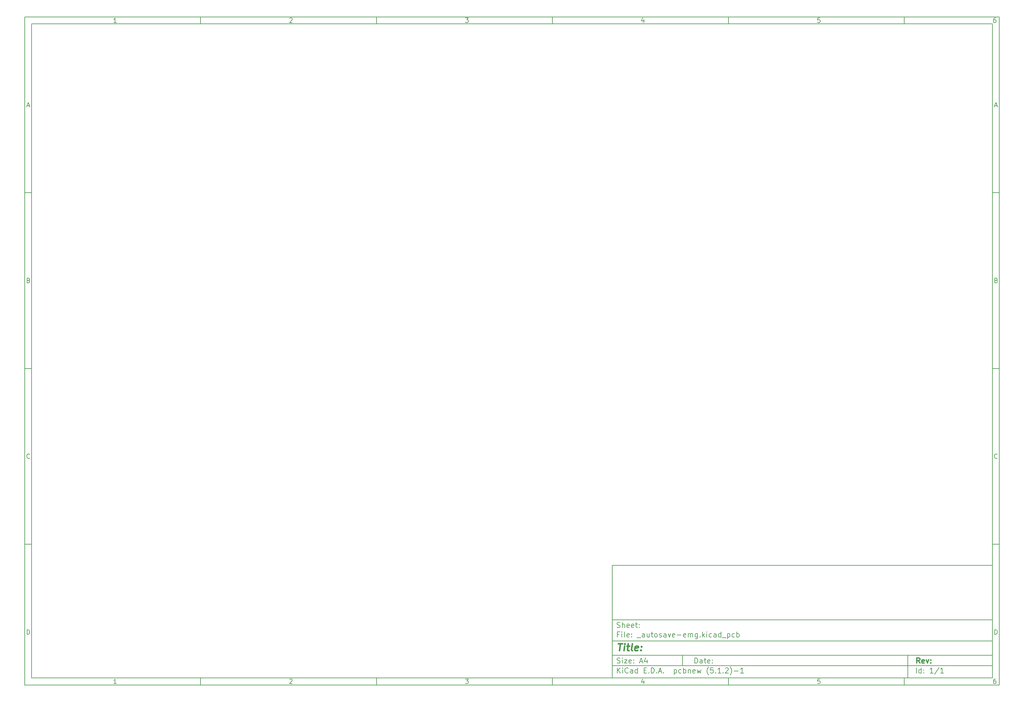
<source format=gbo>
G04 #@! TF.GenerationSoftware,KiCad,Pcbnew,(5.1.2)-1*
G04 #@! TF.CreationDate,2019-08-23T16:27:45-05:00*
G04 #@! TF.ProjectId,_autosave-emg,5f617574-6f73-4617-9665-2d656d672e6b,rev?*
G04 #@! TF.SameCoordinates,Original*
G04 #@! TF.FileFunction,Legend,Bot*
G04 #@! TF.FilePolarity,Positive*
%FSLAX46Y46*%
G04 Gerber Fmt 4.6, Leading zero omitted, Abs format (unit mm)*
G04 Created by KiCad (PCBNEW (5.1.2)-1) date 2019-08-23 16:27:45*
%MOMM*%
%LPD*%
G04 APERTURE LIST*
%ADD10C,0.200000*%
%ADD11C,0.150000*%
%ADD12C,0.300000*%
%ADD13C,0.400000*%
G04 APERTURE END LIST*
D10*
D11*
X177002200Y-166007200D02*
X177002200Y-198007200D01*
X285002200Y-198007200D01*
X285002200Y-166007200D01*
X177002200Y-166007200D01*
D10*
D11*
X10000000Y-10000000D02*
X10000000Y-200007200D01*
X287002200Y-200007200D01*
X287002200Y-10000000D01*
X10000000Y-10000000D01*
D10*
D11*
X12000000Y-12000000D02*
X12000000Y-198007200D01*
X285002200Y-198007200D01*
X285002200Y-12000000D01*
X12000000Y-12000000D01*
D10*
D11*
X60000000Y-12000000D02*
X60000000Y-10000000D01*
D10*
D11*
X110000000Y-12000000D02*
X110000000Y-10000000D01*
D10*
D11*
X160000000Y-12000000D02*
X160000000Y-10000000D01*
D10*
D11*
X210000000Y-12000000D02*
X210000000Y-10000000D01*
D10*
D11*
X260000000Y-12000000D02*
X260000000Y-10000000D01*
D10*
D11*
X36065476Y-11588095D02*
X35322619Y-11588095D01*
X35694047Y-11588095D02*
X35694047Y-10288095D01*
X35570238Y-10473809D01*
X35446428Y-10597619D01*
X35322619Y-10659523D01*
D10*
D11*
X85322619Y-10411904D02*
X85384523Y-10350000D01*
X85508333Y-10288095D01*
X85817857Y-10288095D01*
X85941666Y-10350000D01*
X86003571Y-10411904D01*
X86065476Y-10535714D01*
X86065476Y-10659523D01*
X86003571Y-10845238D01*
X85260714Y-11588095D01*
X86065476Y-11588095D01*
D10*
D11*
X135260714Y-10288095D02*
X136065476Y-10288095D01*
X135632142Y-10783333D01*
X135817857Y-10783333D01*
X135941666Y-10845238D01*
X136003571Y-10907142D01*
X136065476Y-11030952D01*
X136065476Y-11340476D01*
X136003571Y-11464285D01*
X135941666Y-11526190D01*
X135817857Y-11588095D01*
X135446428Y-11588095D01*
X135322619Y-11526190D01*
X135260714Y-11464285D01*
D10*
D11*
X185941666Y-10721428D02*
X185941666Y-11588095D01*
X185632142Y-10226190D02*
X185322619Y-11154761D01*
X186127380Y-11154761D01*
D10*
D11*
X236003571Y-10288095D02*
X235384523Y-10288095D01*
X235322619Y-10907142D01*
X235384523Y-10845238D01*
X235508333Y-10783333D01*
X235817857Y-10783333D01*
X235941666Y-10845238D01*
X236003571Y-10907142D01*
X236065476Y-11030952D01*
X236065476Y-11340476D01*
X236003571Y-11464285D01*
X235941666Y-11526190D01*
X235817857Y-11588095D01*
X235508333Y-11588095D01*
X235384523Y-11526190D01*
X235322619Y-11464285D01*
D10*
D11*
X285941666Y-10288095D02*
X285694047Y-10288095D01*
X285570238Y-10350000D01*
X285508333Y-10411904D01*
X285384523Y-10597619D01*
X285322619Y-10845238D01*
X285322619Y-11340476D01*
X285384523Y-11464285D01*
X285446428Y-11526190D01*
X285570238Y-11588095D01*
X285817857Y-11588095D01*
X285941666Y-11526190D01*
X286003571Y-11464285D01*
X286065476Y-11340476D01*
X286065476Y-11030952D01*
X286003571Y-10907142D01*
X285941666Y-10845238D01*
X285817857Y-10783333D01*
X285570238Y-10783333D01*
X285446428Y-10845238D01*
X285384523Y-10907142D01*
X285322619Y-11030952D01*
D10*
D11*
X60000000Y-198007200D02*
X60000000Y-200007200D01*
D10*
D11*
X110000000Y-198007200D02*
X110000000Y-200007200D01*
D10*
D11*
X160000000Y-198007200D02*
X160000000Y-200007200D01*
D10*
D11*
X210000000Y-198007200D02*
X210000000Y-200007200D01*
D10*
D11*
X260000000Y-198007200D02*
X260000000Y-200007200D01*
D10*
D11*
X36065476Y-199595295D02*
X35322619Y-199595295D01*
X35694047Y-199595295D02*
X35694047Y-198295295D01*
X35570238Y-198481009D01*
X35446428Y-198604819D01*
X35322619Y-198666723D01*
D10*
D11*
X85322619Y-198419104D02*
X85384523Y-198357200D01*
X85508333Y-198295295D01*
X85817857Y-198295295D01*
X85941666Y-198357200D01*
X86003571Y-198419104D01*
X86065476Y-198542914D01*
X86065476Y-198666723D01*
X86003571Y-198852438D01*
X85260714Y-199595295D01*
X86065476Y-199595295D01*
D10*
D11*
X135260714Y-198295295D02*
X136065476Y-198295295D01*
X135632142Y-198790533D01*
X135817857Y-198790533D01*
X135941666Y-198852438D01*
X136003571Y-198914342D01*
X136065476Y-199038152D01*
X136065476Y-199347676D01*
X136003571Y-199471485D01*
X135941666Y-199533390D01*
X135817857Y-199595295D01*
X135446428Y-199595295D01*
X135322619Y-199533390D01*
X135260714Y-199471485D01*
D10*
D11*
X185941666Y-198728628D02*
X185941666Y-199595295D01*
X185632142Y-198233390D02*
X185322619Y-199161961D01*
X186127380Y-199161961D01*
D10*
D11*
X236003571Y-198295295D02*
X235384523Y-198295295D01*
X235322619Y-198914342D01*
X235384523Y-198852438D01*
X235508333Y-198790533D01*
X235817857Y-198790533D01*
X235941666Y-198852438D01*
X236003571Y-198914342D01*
X236065476Y-199038152D01*
X236065476Y-199347676D01*
X236003571Y-199471485D01*
X235941666Y-199533390D01*
X235817857Y-199595295D01*
X235508333Y-199595295D01*
X235384523Y-199533390D01*
X235322619Y-199471485D01*
D10*
D11*
X285941666Y-198295295D02*
X285694047Y-198295295D01*
X285570238Y-198357200D01*
X285508333Y-198419104D01*
X285384523Y-198604819D01*
X285322619Y-198852438D01*
X285322619Y-199347676D01*
X285384523Y-199471485D01*
X285446428Y-199533390D01*
X285570238Y-199595295D01*
X285817857Y-199595295D01*
X285941666Y-199533390D01*
X286003571Y-199471485D01*
X286065476Y-199347676D01*
X286065476Y-199038152D01*
X286003571Y-198914342D01*
X285941666Y-198852438D01*
X285817857Y-198790533D01*
X285570238Y-198790533D01*
X285446428Y-198852438D01*
X285384523Y-198914342D01*
X285322619Y-199038152D01*
D10*
D11*
X10000000Y-60000000D02*
X12000000Y-60000000D01*
D10*
D11*
X10000000Y-110000000D02*
X12000000Y-110000000D01*
D10*
D11*
X10000000Y-160000000D02*
X12000000Y-160000000D01*
D10*
D11*
X10690476Y-35216666D02*
X11309523Y-35216666D01*
X10566666Y-35588095D02*
X11000000Y-34288095D01*
X11433333Y-35588095D01*
D10*
D11*
X11092857Y-84907142D02*
X11278571Y-84969047D01*
X11340476Y-85030952D01*
X11402380Y-85154761D01*
X11402380Y-85340476D01*
X11340476Y-85464285D01*
X11278571Y-85526190D01*
X11154761Y-85588095D01*
X10659523Y-85588095D01*
X10659523Y-84288095D01*
X11092857Y-84288095D01*
X11216666Y-84350000D01*
X11278571Y-84411904D01*
X11340476Y-84535714D01*
X11340476Y-84659523D01*
X11278571Y-84783333D01*
X11216666Y-84845238D01*
X11092857Y-84907142D01*
X10659523Y-84907142D01*
D10*
D11*
X11402380Y-135464285D02*
X11340476Y-135526190D01*
X11154761Y-135588095D01*
X11030952Y-135588095D01*
X10845238Y-135526190D01*
X10721428Y-135402380D01*
X10659523Y-135278571D01*
X10597619Y-135030952D01*
X10597619Y-134845238D01*
X10659523Y-134597619D01*
X10721428Y-134473809D01*
X10845238Y-134350000D01*
X11030952Y-134288095D01*
X11154761Y-134288095D01*
X11340476Y-134350000D01*
X11402380Y-134411904D01*
D10*
D11*
X10659523Y-185588095D02*
X10659523Y-184288095D01*
X10969047Y-184288095D01*
X11154761Y-184350000D01*
X11278571Y-184473809D01*
X11340476Y-184597619D01*
X11402380Y-184845238D01*
X11402380Y-185030952D01*
X11340476Y-185278571D01*
X11278571Y-185402380D01*
X11154761Y-185526190D01*
X10969047Y-185588095D01*
X10659523Y-185588095D01*
D10*
D11*
X287002200Y-60000000D02*
X285002200Y-60000000D01*
D10*
D11*
X287002200Y-110000000D02*
X285002200Y-110000000D01*
D10*
D11*
X287002200Y-160000000D02*
X285002200Y-160000000D01*
D10*
D11*
X285692676Y-35216666D02*
X286311723Y-35216666D01*
X285568866Y-35588095D02*
X286002200Y-34288095D01*
X286435533Y-35588095D01*
D10*
D11*
X286095057Y-84907142D02*
X286280771Y-84969047D01*
X286342676Y-85030952D01*
X286404580Y-85154761D01*
X286404580Y-85340476D01*
X286342676Y-85464285D01*
X286280771Y-85526190D01*
X286156961Y-85588095D01*
X285661723Y-85588095D01*
X285661723Y-84288095D01*
X286095057Y-84288095D01*
X286218866Y-84350000D01*
X286280771Y-84411904D01*
X286342676Y-84535714D01*
X286342676Y-84659523D01*
X286280771Y-84783333D01*
X286218866Y-84845238D01*
X286095057Y-84907142D01*
X285661723Y-84907142D01*
D10*
D11*
X286404580Y-135464285D02*
X286342676Y-135526190D01*
X286156961Y-135588095D01*
X286033152Y-135588095D01*
X285847438Y-135526190D01*
X285723628Y-135402380D01*
X285661723Y-135278571D01*
X285599819Y-135030952D01*
X285599819Y-134845238D01*
X285661723Y-134597619D01*
X285723628Y-134473809D01*
X285847438Y-134350000D01*
X286033152Y-134288095D01*
X286156961Y-134288095D01*
X286342676Y-134350000D01*
X286404580Y-134411904D01*
D10*
D11*
X285661723Y-185588095D02*
X285661723Y-184288095D01*
X285971247Y-184288095D01*
X286156961Y-184350000D01*
X286280771Y-184473809D01*
X286342676Y-184597619D01*
X286404580Y-184845238D01*
X286404580Y-185030952D01*
X286342676Y-185278571D01*
X286280771Y-185402380D01*
X286156961Y-185526190D01*
X285971247Y-185588095D01*
X285661723Y-185588095D01*
D10*
D11*
X200434342Y-193785771D02*
X200434342Y-192285771D01*
X200791485Y-192285771D01*
X201005771Y-192357200D01*
X201148628Y-192500057D01*
X201220057Y-192642914D01*
X201291485Y-192928628D01*
X201291485Y-193142914D01*
X201220057Y-193428628D01*
X201148628Y-193571485D01*
X201005771Y-193714342D01*
X200791485Y-193785771D01*
X200434342Y-193785771D01*
X202577200Y-193785771D02*
X202577200Y-193000057D01*
X202505771Y-192857200D01*
X202362914Y-192785771D01*
X202077200Y-192785771D01*
X201934342Y-192857200D01*
X202577200Y-193714342D02*
X202434342Y-193785771D01*
X202077200Y-193785771D01*
X201934342Y-193714342D01*
X201862914Y-193571485D01*
X201862914Y-193428628D01*
X201934342Y-193285771D01*
X202077200Y-193214342D01*
X202434342Y-193214342D01*
X202577200Y-193142914D01*
X203077200Y-192785771D02*
X203648628Y-192785771D01*
X203291485Y-192285771D02*
X203291485Y-193571485D01*
X203362914Y-193714342D01*
X203505771Y-193785771D01*
X203648628Y-193785771D01*
X204720057Y-193714342D02*
X204577200Y-193785771D01*
X204291485Y-193785771D01*
X204148628Y-193714342D01*
X204077200Y-193571485D01*
X204077200Y-193000057D01*
X204148628Y-192857200D01*
X204291485Y-192785771D01*
X204577200Y-192785771D01*
X204720057Y-192857200D01*
X204791485Y-193000057D01*
X204791485Y-193142914D01*
X204077200Y-193285771D01*
X205434342Y-193642914D02*
X205505771Y-193714342D01*
X205434342Y-193785771D01*
X205362914Y-193714342D01*
X205434342Y-193642914D01*
X205434342Y-193785771D01*
X205434342Y-192857200D02*
X205505771Y-192928628D01*
X205434342Y-193000057D01*
X205362914Y-192928628D01*
X205434342Y-192857200D01*
X205434342Y-193000057D01*
D10*
D11*
X177002200Y-194507200D02*
X285002200Y-194507200D01*
D10*
D11*
X178434342Y-196585771D02*
X178434342Y-195085771D01*
X179291485Y-196585771D02*
X178648628Y-195728628D01*
X179291485Y-195085771D02*
X178434342Y-195942914D01*
X179934342Y-196585771D02*
X179934342Y-195585771D01*
X179934342Y-195085771D02*
X179862914Y-195157200D01*
X179934342Y-195228628D01*
X180005771Y-195157200D01*
X179934342Y-195085771D01*
X179934342Y-195228628D01*
X181505771Y-196442914D02*
X181434342Y-196514342D01*
X181220057Y-196585771D01*
X181077200Y-196585771D01*
X180862914Y-196514342D01*
X180720057Y-196371485D01*
X180648628Y-196228628D01*
X180577200Y-195942914D01*
X180577200Y-195728628D01*
X180648628Y-195442914D01*
X180720057Y-195300057D01*
X180862914Y-195157200D01*
X181077200Y-195085771D01*
X181220057Y-195085771D01*
X181434342Y-195157200D01*
X181505771Y-195228628D01*
X182791485Y-196585771D02*
X182791485Y-195800057D01*
X182720057Y-195657200D01*
X182577200Y-195585771D01*
X182291485Y-195585771D01*
X182148628Y-195657200D01*
X182791485Y-196514342D02*
X182648628Y-196585771D01*
X182291485Y-196585771D01*
X182148628Y-196514342D01*
X182077200Y-196371485D01*
X182077200Y-196228628D01*
X182148628Y-196085771D01*
X182291485Y-196014342D01*
X182648628Y-196014342D01*
X182791485Y-195942914D01*
X184148628Y-196585771D02*
X184148628Y-195085771D01*
X184148628Y-196514342D02*
X184005771Y-196585771D01*
X183720057Y-196585771D01*
X183577200Y-196514342D01*
X183505771Y-196442914D01*
X183434342Y-196300057D01*
X183434342Y-195871485D01*
X183505771Y-195728628D01*
X183577200Y-195657200D01*
X183720057Y-195585771D01*
X184005771Y-195585771D01*
X184148628Y-195657200D01*
X186005771Y-195800057D02*
X186505771Y-195800057D01*
X186720057Y-196585771D02*
X186005771Y-196585771D01*
X186005771Y-195085771D01*
X186720057Y-195085771D01*
X187362914Y-196442914D02*
X187434342Y-196514342D01*
X187362914Y-196585771D01*
X187291485Y-196514342D01*
X187362914Y-196442914D01*
X187362914Y-196585771D01*
X188077200Y-196585771D02*
X188077200Y-195085771D01*
X188434342Y-195085771D01*
X188648628Y-195157200D01*
X188791485Y-195300057D01*
X188862914Y-195442914D01*
X188934342Y-195728628D01*
X188934342Y-195942914D01*
X188862914Y-196228628D01*
X188791485Y-196371485D01*
X188648628Y-196514342D01*
X188434342Y-196585771D01*
X188077200Y-196585771D01*
X189577200Y-196442914D02*
X189648628Y-196514342D01*
X189577200Y-196585771D01*
X189505771Y-196514342D01*
X189577200Y-196442914D01*
X189577200Y-196585771D01*
X190220057Y-196157200D02*
X190934342Y-196157200D01*
X190077200Y-196585771D02*
X190577200Y-195085771D01*
X191077200Y-196585771D01*
X191577200Y-196442914D02*
X191648628Y-196514342D01*
X191577200Y-196585771D01*
X191505771Y-196514342D01*
X191577200Y-196442914D01*
X191577200Y-196585771D01*
X194577200Y-195585771D02*
X194577200Y-197085771D01*
X194577200Y-195657200D02*
X194720057Y-195585771D01*
X195005771Y-195585771D01*
X195148628Y-195657200D01*
X195220057Y-195728628D01*
X195291485Y-195871485D01*
X195291485Y-196300057D01*
X195220057Y-196442914D01*
X195148628Y-196514342D01*
X195005771Y-196585771D01*
X194720057Y-196585771D01*
X194577200Y-196514342D01*
X196577200Y-196514342D02*
X196434342Y-196585771D01*
X196148628Y-196585771D01*
X196005771Y-196514342D01*
X195934342Y-196442914D01*
X195862914Y-196300057D01*
X195862914Y-195871485D01*
X195934342Y-195728628D01*
X196005771Y-195657200D01*
X196148628Y-195585771D01*
X196434342Y-195585771D01*
X196577200Y-195657200D01*
X197220057Y-196585771D02*
X197220057Y-195085771D01*
X197220057Y-195657200D02*
X197362914Y-195585771D01*
X197648628Y-195585771D01*
X197791485Y-195657200D01*
X197862914Y-195728628D01*
X197934342Y-195871485D01*
X197934342Y-196300057D01*
X197862914Y-196442914D01*
X197791485Y-196514342D01*
X197648628Y-196585771D01*
X197362914Y-196585771D01*
X197220057Y-196514342D01*
X198577200Y-195585771D02*
X198577200Y-196585771D01*
X198577200Y-195728628D02*
X198648628Y-195657200D01*
X198791485Y-195585771D01*
X199005771Y-195585771D01*
X199148628Y-195657200D01*
X199220057Y-195800057D01*
X199220057Y-196585771D01*
X200505771Y-196514342D02*
X200362914Y-196585771D01*
X200077200Y-196585771D01*
X199934342Y-196514342D01*
X199862914Y-196371485D01*
X199862914Y-195800057D01*
X199934342Y-195657200D01*
X200077200Y-195585771D01*
X200362914Y-195585771D01*
X200505771Y-195657200D01*
X200577200Y-195800057D01*
X200577200Y-195942914D01*
X199862914Y-196085771D01*
X201077200Y-195585771D02*
X201362914Y-196585771D01*
X201648628Y-195871485D01*
X201934342Y-196585771D01*
X202220057Y-195585771D01*
X204362914Y-197157200D02*
X204291485Y-197085771D01*
X204148628Y-196871485D01*
X204077200Y-196728628D01*
X204005771Y-196514342D01*
X203934342Y-196157200D01*
X203934342Y-195871485D01*
X204005771Y-195514342D01*
X204077200Y-195300057D01*
X204148628Y-195157200D01*
X204291485Y-194942914D01*
X204362914Y-194871485D01*
X205648628Y-195085771D02*
X204934342Y-195085771D01*
X204862914Y-195800057D01*
X204934342Y-195728628D01*
X205077200Y-195657200D01*
X205434342Y-195657200D01*
X205577200Y-195728628D01*
X205648628Y-195800057D01*
X205720057Y-195942914D01*
X205720057Y-196300057D01*
X205648628Y-196442914D01*
X205577200Y-196514342D01*
X205434342Y-196585771D01*
X205077200Y-196585771D01*
X204934342Y-196514342D01*
X204862914Y-196442914D01*
X206362914Y-196442914D02*
X206434342Y-196514342D01*
X206362914Y-196585771D01*
X206291485Y-196514342D01*
X206362914Y-196442914D01*
X206362914Y-196585771D01*
X207862914Y-196585771D02*
X207005771Y-196585771D01*
X207434342Y-196585771D02*
X207434342Y-195085771D01*
X207291485Y-195300057D01*
X207148628Y-195442914D01*
X207005771Y-195514342D01*
X208505771Y-196442914D02*
X208577200Y-196514342D01*
X208505771Y-196585771D01*
X208434342Y-196514342D01*
X208505771Y-196442914D01*
X208505771Y-196585771D01*
X209148628Y-195228628D02*
X209220057Y-195157200D01*
X209362914Y-195085771D01*
X209720057Y-195085771D01*
X209862914Y-195157200D01*
X209934342Y-195228628D01*
X210005771Y-195371485D01*
X210005771Y-195514342D01*
X209934342Y-195728628D01*
X209077200Y-196585771D01*
X210005771Y-196585771D01*
X210505771Y-197157200D02*
X210577200Y-197085771D01*
X210720057Y-196871485D01*
X210791485Y-196728628D01*
X210862914Y-196514342D01*
X210934342Y-196157200D01*
X210934342Y-195871485D01*
X210862914Y-195514342D01*
X210791485Y-195300057D01*
X210720057Y-195157200D01*
X210577200Y-194942914D01*
X210505771Y-194871485D01*
X211648628Y-196014342D02*
X212791485Y-196014342D01*
X214291485Y-196585771D02*
X213434342Y-196585771D01*
X213862914Y-196585771D02*
X213862914Y-195085771D01*
X213720057Y-195300057D01*
X213577200Y-195442914D01*
X213434342Y-195514342D01*
D10*
D11*
X177002200Y-191507200D02*
X285002200Y-191507200D01*
D10*
D12*
X264411485Y-193785771D02*
X263911485Y-193071485D01*
X263554342Y-193785771D02*
X263554342Y-192285771D01*
X264125771Y-192285771D01*
X264268628Y-192357200D01*
X264340057Y-192428628D01*
X264411485Y-192571485D01*
X264411485Y-192785771D01*
X264340057Y-192928628D01*
X264268628Y-193000057D01*
X264125771Y-193071485D01*
X263554342Y-193071485D01*
X265625771Y-193714342D02*
X265482914Y-193785771D01*
X265197200Y-193785771D01*
X265054342Y-193714342D01*
X264982914Y-193571485D01*
X264982914Y-193000057D01*
X265054342Y-192857200D01*
X265197200Y-192785771D01*
X265482914Y-192785771D01*
X265625771Y-192857200D01*
X265697200Y-193000057D01*
X265697200Y-193142914D01*
X264982914Y-193285771D01*
X266197200Y-192785771D02*
X266554342Y-193785771D01*
X266911485Y-192785771D01*
X267482914Y-193642914D02*
X267554342Y-193714342D01*
X267482914Y-193785771D01*
X267411485Y-193714342D01*
X267482914Y-193642914D01*
X267482914Y-193785771D01*
X267482914Y-192857200D02*
X267554342Y-192928628D01*
X267482914Y-193000057D01*
X267411485Y-192928628D01*
X267482914Y-192857200D01*
X267482914Y-193000057D01*
D10*
D11*
X178362914Y-193714342D02*
X178577200Y-193785771D01*
X178934342Y-193785771D01*
X179077200Y-193714342D01*
X179148628Y-193642914D01*
X179220057Y-193500057D01*
X179220057Y-193357200D01*
X179148628Y-193214342D01*
X179077200Y-193142914D01*
X178934342Y-193071485D01*
X178648628Y-193000057D01*
X178505771Y-192928628D01*
X178434342Y-192857200D01*
X178362914Y-192714342D01*
X178362914Y-192571485D01*
X178434342Y-192428628D01*
X178505771Y-192357200D01*
X178648628Y-192285771D01*
X179005771Y-192285771D01*
X179220057Y-192357200D01*
X179862914Y-193785771D02*
X179862914Y-192785771D01*
X179862914Y-192285771D02*
X179791485Y-192357200D01*
X179862914Y-192428628D01*
X179934342Y-192357200D01*
X179862914Y-192285771D01*
X179862914Y-192428628D01*
X180434342Y-192785771D02*
X181220057Y-192785771D01*
X180434342Y-193785771D01*
X181220057Y-193785771D01*
X182362914Y-193714342D02*
X182220057Y-193785771D01*
X181934342Y-193785771D01*
X181791485Y-193714342D01*
X181720057Y-193571485D01*
X181720057Y-193000057D01*
X181791485Y-192857200D01*
X181934342Y-192785771D01*
X182220057Y-192785771D01*
X182362914Y-192857200D01*
X182434342Y-193000057D01*
X182434342Y-193142914D01*
X181720057Y-193285771D01*
X183077200Y-193642914D02*
X183148628Y-193714342D01*
X183077200Y-193785771D01*
X183005771Y-193714342D01*
X183077200Y-193642914D01*
X183077200Y-193785771D01*
X183077200Y-192857200D02*
X183148628Y-192928628D01*
X183077200Y-193000057D01*
X183005771Y-192928628D01*
X183077200Y-192857200D01*
X183077200Y-193000057D01*
X184862914Y-193357200D02*
X185577200Y-193357200D01*
X184720057Y-193785771D02*
X185220057Y-192285771D01*
X185720057Y-193785771D01*
X186862914Y-192785771D02*
X186862914Y-193785771D01*
X186505771Y-192214342D02*
X186148628Y-193285771D01*
X187077200Y-193285771D01*
D10*
D11*
X263434342Y-196585771D02*
X263434342Y-195085771D01*
X264791485Y-196585771D02*
X264791485Y-195085771D01*
X264791485Y-196514342D02*
X264648628Y-196585771D01*
X264362914Y-196585771D01*
X264220057Y-196514342D01*
X264148628Y-196442914D01*
X264077200Y-196300057D01*
X264077200Y-195871485D01*
X264148628Y-195728628D01*
X264220057Y-195657200D01*
X264362914Y-195585771D01*
X264648628Y-195585771D01*
X264791485Y-195657200D01*
X265505771Y-196442914D02*
X265577200Y-196514342D01*
X265505771Y-196585771D01*
X265434342Y-196514342D01*
X265505771Y-196442914D01*
X265505771Y-196585771D01*
X265505771Y-195657200D02*
X265577200Y-195728628D01*
X265505771Y-195800057D01*
X265434342Y-195728628D01*
X265505771Y-195657200D01*
X265505771Y-195800057D01*
X268148628Y-196585771D02*
X267291485Y-196585771D01*
X267720057Y-196585771D02*
X267720057Y-195085771D01*
X267577200Y-195300057D01*
X267434342Y-195442914D01*
X267291485Y-195514342D01*
X269862914Y-195014342D02*
X268577200Y-196942914D01*
X271148628Y-196585771D02*
X270291485Y-196585771D01*
X270720057Y-196585771D02*
X270720057Y-195085771D01*
X270577200Y-195300057D01*
X270434342Y-195442914D01*
X270291485Y-195514342D01*
D10*
D11*
X177002200Y-187507200D02*
X285002200Y-187507200D01*
D10*
D13*
X178714580Y-188211961D02*
X179857438Y-188211961D01*
X179036009Y-190211961D02*
X179286009Y-188211961D01*
X180274104Y-190211961D02*
X180440771Y-188878628D01*
X180524104Y-188211961D02*
X180416961Y-188307200D01*
X180500295Y-188402438D01*
X180607438Y-188307200D01*
X180524104Y-188211961D01*
X180500295Y-188402438D01*
X181107438Y-188878628D02*
X181869342Y-188878628D01*
X181476485Y-188211961D02*
X181262200Y-189926247D01*
X181333628Y-190116723D01*
X181512200Y-190211961D01*
X181702676Y-190211961D01*
X182655057Y-190211961D02*
X182476485Y-190116723D01*
X182405057Y-189926247D01*
X182619342Y-188211961D01*
X184190771Y-190116723D02*
X183988390Y-190211961D01*
X183607438Y-190211961D01*
X183428866Y-190116723D01*
X183357438Y-189926247D01*
X183452676Y-189164342D01*
X183571723Y-188973866D01*
X183774104Y-188878628D01*
X184155057Y-188878628D01*
X184333628Y-188973866D01*
X184405057Y-189164342D01*
X184381247Y-189354819D01*
X183405057Y-189545295D01*
X185155057Y-190021485D02*
X185238390Y-190116723D01*
X185131247Y-190211961D01*
X185047914Y-190116723D01*
X185155057Y-190021485D01*
X185131247Y-190211961D01*
X185286009Y-188973866D02*
X185369342Y-189069104D01*
X185262200Y-189164342D01*
X185178866Y-189069104D01*
X185286009Y-188973866D01*
X185262200Y-189164342D01*
D10*
D11*
X178934342Y-185600057D02*
X178434342Y-185600057D01*
X178434342Y-186385771D02*
X178434342Y-184885771D01*
X179148628Y-184885771D01*
X179720057Y-186385771D02*
X179720057Y-185385771D01*
X179720057Y-184885771D02*
X179648628Y-184957200D01*
X179720057Y-185028628D01*
X179791485Y-184957200D01*
X179720057Y-184885771D01*
X179720057Y-185028628D01*
X180648628Y-186385771D02*
X180505771Y-186314342D01*
X180434342Y-186171485D01*
X180434342Y-184885771D01*
X181791485Y-186314342D02*
X181648628Y-186385771D01*
X181362914Y-186385771D01*
X181220057Y-186314342D01*
X181148628Y-186171485D01*
X181148628Y-185600057D01*
X181220057Y-185457200D01*
X181362914Y-185385771D01*
X181648628Y-185385771D01*
X181791485Y-185457200D01*
X181862914Y-185600057D01*
X181862914Y-185742914D01*
X181148628Y-185885771D01*
X182505771Y-186242914D02*
X182577200Y-186314342D01*
X182505771Y-186385771D01*
X182434342Y-186314342D01*
X182505771Y-186242914D01*
X182505771Y-186385771D01*
X182505771Y-185457200D02*
X182577200Y-185528628D01*
X182505771Y-185600057D01*
X182434342Y-185528628D01*
X182505771Y-185457200D01*
X182505771Y-185600057D01*
X184005771Y-186528628D02*
X185148628Y-186528628D01*
X186148628Y-186385771D02*
X186148628Y-185600057D01*
X186077200Y-185457200D01*
X185934342Y-185385771D01*
X185648628Y-185385771D01*
X185505771Y-185457200D01*
X186148628Y-186314342D02*
X186005771Y-186385771D01*
X185648628Y-186385771D01*
X185505771Y-186314342D01*
X185434342Y-186171485D01*
X185434342Y-186028628D01*
X185505771Y-185885771D01*
X185648628Y-185814342D01*
X186005771Y-185814342D01*
X186148628Y-185742914D01*
X187505771Y-185385771D02*
X187505771Y-186385771D01*
X186862914Y-185385771D02*
X186862914Y-186171485D01*
X186934342Y-186314342D01*
X187077200Y-186385771D01*
X187291485Y-186385771D01*
X187434342Y-186314342D01*
X187505771Y-186242914D01*
X188005771Y-185385771D02*
X188577200Y-185385771D01*
X188220057Y-184885771D02*
X188220057Y-186171485D01*
X188291485Y-186314342D01*
X188434342Y-186385771D01*
X188577200Y-186385771D01*
X189291485Y-186385771D02*
X189148628Y-186314342D01*
X189077200Y-186242914D01*
X189005771Y-186100057D01*
X189005771Y-185671485D01*
X189077200Y-185528628D01*
X189148628Y-185457200D01*
X189291485Y-185385771D01*
X189505771Y-185385771D01*
X189648628Y-185457200D01*
X189720057Y-185528628D01*
X189791485Y-185671485D01*
X189791485Y-186100057D01*
X189720057Y-186242914D01*
X189648628Y-186314342D01*
X189505771Y-186385771D01*
X189291485Y-186385771D01*
X190362914Y-186314342D02*
X190505771Y-186385771D01*
X190791485Y-186385771D01*
X190934342Y-186314342D01*
X191005771Y-186171485D01*
X191005771Y-186100057D01*
X190934342Y-185957200D01*
X190791485Y-185885771D01*
X190577200Y-185885771D01*
X190434342Y-185814342D01*
X190362914Y-185671485D01*
X190362914Y-185600057D01*
X190434342Y-185457200D01*
X190577200Y-185385771D01*
X190791485Y-185385771D01*
X190934342Y-185457200D01*
X192291485Y-186385771D02*
X192291485Y-185600057D01*
X192220057Y-185457200D01*
X192077200Y-185385771D01*
X191791485Y-185385771D01*
X191648628Y-185457200D01*
X192291485Y-186314342D02*
X192148628Y-186385771D01*
X191791485Y-186385771D01*
X191648628Y-186314342D01*
X191577200Y-186171485D01*
X191577200Y-186028628D01*
X191648628Y-185885771D01*
X191791485Y-185814342D01*
X192148628Y-185814342D01*
X192291485Y-185742914D01*
X192862914Y-185385771D02*
X193220057Y-186385771D01*
X193577200Y-185385771D01*
X194720057Y-186314342D02*
X194577200Y-186385771D01*
X194291485Y-186385771D01*
X194148628Y-186314342D01*
X194077200Y-186171485D01*
X194077200Y-185600057D01*
X194148628Y-185457200D01*
X194291485Y-185385771D01*
X194577200Y-185385771D01*
X194720057Y-185457200D01*
X194791485Y-185600057D01*
X194791485Y-185742914D01*
X194077200Y-185885771D01*
X195434342Y-185814342D02*
X196577200Y-185814342D01*
X197862914Y-186314342D02*
X197720057Y-186385771D01*
X197434342Y-186385771D01*
X197291485Y-186314342D01*
X197220057Y-186171485D01*
X197220057Y-185600057D01*
X197291485Y-185457200D01*
X197434342Y-185385771D01*
X197720057Y-185385771D01*
X197862914Y-185457200D01*
X197934342Y-185600057D01*
X197934342Y-185742914D01*
X197220057Y-185885771D01*
X198577200Y-186385771D02*
X198577200Y-185385771D01*
X198577200Y-185528628D02*
X198648628Y-185457200D01*
X198791485Y-185385771D01*
X199005771Y-185385771D01*
X199148628Y-185457200D01*
X199220057Y-185600057D01*
X199220057Y-186385771D01*
X199220057Y-185600057D02*
X199291485Y-185457200D01*
X199434342Y-185385771D01*
X199648628Y-185385771D01*
X199791485Y-185457200D01*
X199862914Y-185600057D01*
X199862914Y-186385771D01*
X201220057Y-185385771D02*
X201220057Y-186600057D01*
X201148628Y-186742914D01*
X201077200Y-186814342D01*
X200934342Y-186885771D01*
X200720057Y-186885771D01*
X200577200Y-186814342D01*
X201220057Y-186314342D02*
X201077200Y-186385771D01*
X200791485Y-186385771D01*
X200648628Y-186314342D01*
X200577200Y-186242914D01*
X200505771Y-186100057D01*
X200505771Y-185671485D01*
X200577200Y-185528628D01*
X200648628Y-185457200D01*
X200791485Y-185385771D01*
X201077200Y-185385771D01*
X201220057Y-185457200D01*
X201934342Y-186242914D02*
X202005771Y-186314342D01*
X201934342Y-186385771D01*
X201862914Y-186314342D01*
X201934342Y-186242914D01*
X201934342Y-186385771D01*
X202648628Y-186385771D02*
X202648628Y-184885771D01*
X202791485Y-185814342D02*
X203220057Y-186385771D01*
X203220057Y-185385771D02*
X202648628Y-185957200D01*
X203862914Y-186385771D02*
X203862914Y-185385771D01*
X203862914Y-184885771D02*
X203791485Y-184957200D01*
X203862914Y-185028628D01*
X203934342Y-184957200D01*
X203862914Y-184885771D01*
X203862914Y-185028628D01*
X205220057Y-186314342D02*
X205077200Y-186385771D01*
X204791485Y-186385771D01*
X204648628Y-186314342D01*
X204577200Y-186242914D01*
X204505771Y-186100057D01*
X204505771Y-185671485D01*
X204577200Y-185528628D01*
X204648628Y-185457200D01*
X204791485Y-185385771D01*
X205077200Y-185385771D01*
X205220057Y-185457200D01*
X206505771Y-186385771D02*
X206505771Y-185600057D01*
X206434342Y-185457200D01*
X206291485Y-185385771D01*
X206005771Y-185385771D01*
X205862914Y-185457200D01*
X206505771Y-186314342D02*
X206362914Y-186385771D01*
X206005771Y-186385771D01*
X205862914Y-186314342D01*
X205791485Y-186171485D01*
X205791485Y-186028628D01*
X205862914Y-185885771D01*
X206005771Y-185814342D01*
X206362914Y-185814342D01*
X206505771Y-185742914D01*
X207862914Y-186385771D02*
X207862914Y-184885771D01*
X207862914Y-186314342D02*
X207720057Y-186385771D01*
X207434342Y-186385771D01*
X207291485Y-186314342D01*
X207220057Y-186242914D01*
X207148628Y-186100057D01*
X207148628Y-185671485D01*
X207220057Y-185528628D01*
X207291485Y-185457200D01*
X207434342Y-185385771D01*
X207720057Y-185385771D01*
X207862914Y-185457200D01*
X208220057Y-186528628D02*
X209362914Y-186528628D01*
X209720057Y-185385771D02*
X209720057Y-186885771D01*
X209720057Y-185457200D02*
X209862914Y-185385771D01*
X210148628Y-185385771D01*
X210291485Y-185457200D01*
X210362914Y-185528628D01*
X210434342Y-185671485D01*
X210434342Y-186100057D01*
X210362914Y-186242914D01*
X210291485Y-186314342D01*
X210148628Y-186385771D01*
X209862914Y-186385771D01*
X209720057Y-186314342D01*
X211720057Y-186314342D02*
X211577200Y-186385771D01*
X211291485Y-186385771D01*
X211148628Y-186314342D01*
X211077200Y-186242914D01*
X211005771Y-186100057D01*
X211005771Y-185671485D01*
X211077200Y-185528628D01*
X211148628Y-185457200D01*
X211291485Y-185385771D01*
X211577200Y-185385771D01*
X211720057Y-185457200D01*
X212362914Y-186385771D02*
X212362914Y-184885771D01*
X212362914Y-185457200D02*
X212505771Y-185385771D01*
X212791485Y-185385771D01*
X212934342Y-185457200D01*
X213005771Y-185528628D01*
X213077200Y-185671485D01*
X213077200Y-186100057D01*
X213005771Y-186242914D01*
X212934342Y-186314342D01*
X212791485Y-186385771D01*
X212505771Y-186385771D01*
X212362914Y-186314342D01*
D10*
D11*
X177002200Y-181507200D02*
X285002200Y-181507200D01*
D10*
D11*
X178362914Y-183614342D02*
X178577200Y-183685771D01*
X178934342Y-183685771D01*
X179077200Y-183614342D01*
X179148628Y-183542914D01*
X179220057Y-183400057D01*
X179220057Y-183257200D01*
X179148628Y-183114342D01*
X179077200Y-183042914D01*
X178934342Y-182971485D01*
X178648628Y-182900057D01*
X178505771Y-182828628D01*
X178434342Y-182757200D01*
X178362914Y-182614342D01*
X178362914Y-182471485D01*
X178434342Y-182328628D01*
X178505771Y-182257200D01*
X178648628Y-182185771D01*
X179005771Y-182185771D01*
X179220057Y-182257200D01*
X179862914Y-183685771D02*
X179862914Y-182185771D01*
X180505771Y-183685771D02*
X180505771Y-182900057D01*
X180434342Y-182757200D01*
X180291485Y-182685771D01*
X180077200Y-182685771D01*
X179934342Y-182757200D01*
X179862914Y-182828628D01*
X181791485Y-183614342D02*
X181648628Y-183685771D01*
X181362914Y-183685771D01*
X181220057Y-183614342D01*
X181148628Y-183471485D01*
X181148628Y-182900057D01*
X181220057Y-182757200D01*
X181362914Y-182685771D01*
X181648628Y-182685771D01*
X181791485Y-182757200D01*
X181862914Y-182900057D01*
X181862914Y-183042914D01*
X181148628Y-183185771D01*
X183077200Y-183614342D02*
X182934342Y-183685771D01*
X182648628Y-183685771D01*
X182505771Y-183614342D01*
X182434342Y-183471485D01*
X182434342Y-182900057D01*
X182505771Y-182757200D01*
X182648628Y-182685771D01*
X182934342Y-182685771D01*
X183077200Y-182757200D01*
X183148628Y-182900057D01*
X183148628Y-183042914D01*
X182434342Y-183185771D01*
X183577200Y-182685771D02*
X184148628Y-182685771D01*
X183791485Y-182185771D02*
X183791485Y-183471485D01*
X183862914Y-183614342D01*
X184005771Y-183685771D01*
X184148628Y-183685771D01*
X184648628Y-183542914D02*
X184720057Y-183614342D01*
X184648628Y-183685771D01*
X184577200Y-183614342D01*
X184648628Y-183542914D01*
X184648628Y-183685771D01*
X184648628Y-182757200D02*
X184720057Y-182828628D01*
X184648628Y-182900057D01*
X184577200Y-182828628D01*
X184648628Y-182757200D01*
X184648628Y-182900057D01*
D10*
D11*
X197002200Y-191507200D02*
X197002200Y-194507200D01*
D10*
D11*
X261002200Y-191507200D02*
X261002200Y-198007200D01*
M02*

</source>
